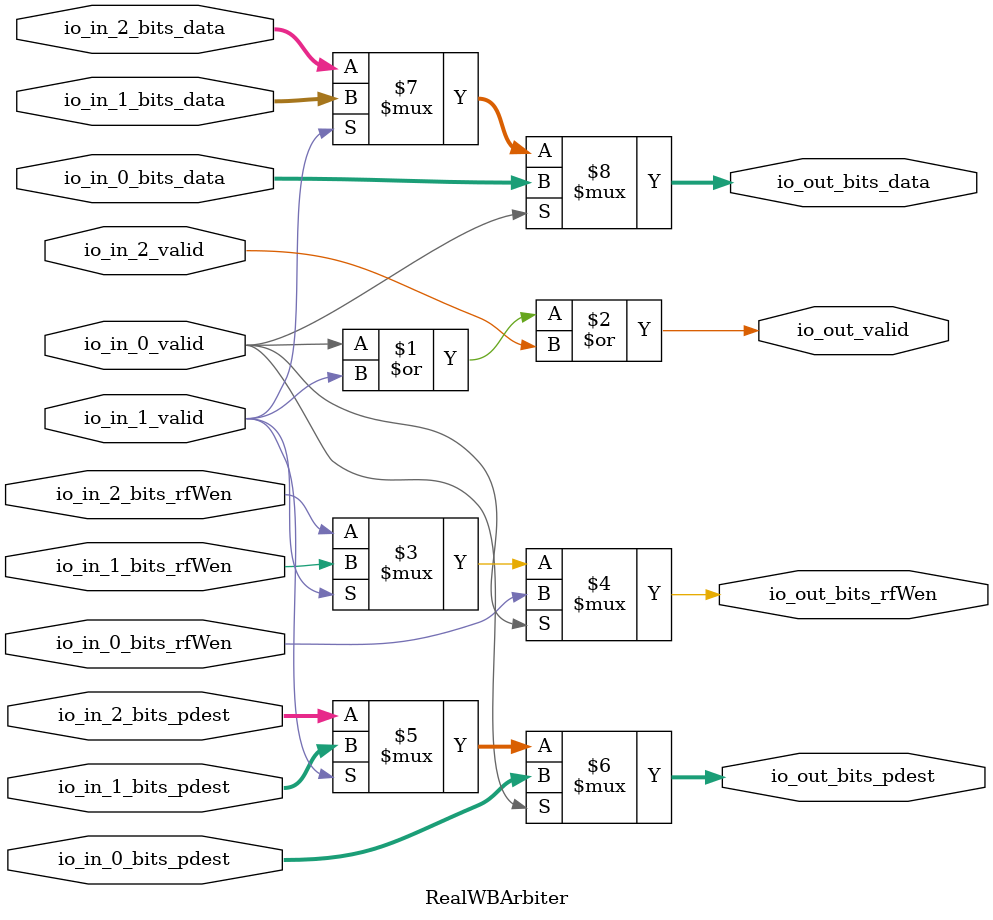
<source format=v>
`ifndef RANDOMIZE
  `ifdef RANDOMIZE_MEM_INIT
    `define RANDOMIZE
  `endif // RANDOMIZE_MEM_INIT
`endif // not def RANDOMIZE
`ifndef RANDOMIZE
  `ifdef RANDOMIZE_REG_INIT
    `define RANDOMIZE
  `endif // RANDOMIZE_REG_INIT
`endif // not def RANDOMIZE
`ifndef RANDOM
  `define RANDOM $random
`endif // not def RANDOM
// Users can define INIT_RANDOM as general code that gets injected into the
// initializer block for modules with registers.
`ifndef INIT_RANDOM
  `define INIT_RANDOM
`endif // not def INIT_RANDOM
// If using random initialization, you can also define RANDOMIZE_DELAY to
// customize the delay used, otherwise 0.002 is used.
`ifndef RANDOMIZE_DELAY
  `define RANDOMIZE_DELAY 0.002
`endif // not def RANDOMIZE_DELAY
// Define INIT_RANDOM_PROLOG_ for use in our modules below.
`ifndef INIT_RANDOM_PROLOG_
  `ifdef RANDOMIZE
    `ifdef VERILATOR
      `define INIT_RANDOM_PROLOG_ `INIT_RANDOM
    `else  // VERILATOR
      `define INIT_RANDOM_PROLOG_ `INIT_RANDOM #`RANDOMIZE_DELAY begin end
    `endif // VERILATOR
  `else  // RANDOMIZE
    `define INIT_RANDOM_PROLOG_
  `endif // RANDOMIZE
`endif // not def INIT_RANDOM_PROLOG_
// Include register initializers in init blocks unless synthesis is set
`ifndef SYNTHESIS
  `ifndef ENABLE_INITIAL_REG_
    `define ENABLE_INITIAL_REG_
  `endif // not def ENABLE_INITIAL_REG_
`endif // not def SYNTHESIS
// Include rmemory initializers in init blocks unless synthesis is set
`ifndef SYNTHESIS
  `ifndef ENABLE_INITIAL_MEM_
    `define ENABLE_INITIAL_MEM_
  `endif // not def ENABLE_INITIAL_MEM_
`endif // not def SYNTHESIS
module RealWBArbiter(
  input         io_in_0_valid,
  input         io_in_0_bits_rfWen,
  input  [7:0]  io_in_0_bits_pdest,
  input  [63:0] io_in_0_bits_data,
  input         io_in_1_valid,
  input         io_in_1_bits_rfWen,
  input  [7:0]  io_in_1_bits_pdest,
  input  [63:0] io_in_1_bits_data,
  input         io_in_2_valid,
  input         io_in_2_bits_rfWen,
  input  [7:0]  io_in_2_bits_pdest,
  input  [63:0] io_in_2_bits_data,
  output        io_out_valid,
  output        io_out_bits_rfWen,
  output [7:0]  io_out_bits_pdest,
  output [63:0] io_out_bits_data
);

  assign io_out_valid = io_in_0_valid | io_in_1_valid | io_in_2_valid;
  assign io_out_bits_rfWen =
    io_in_0_valid
      ? io_in_0_bits_rfWen
      : io_in_1_valid ? io_in_1_bits_rfWen : io_in_2_bits_rfWen;
  assign io_out_bits_pdest =
    io_in_0_valid
      ? io_in_0_bits_pdest
      : io_in_1_valid ? io_in_1_bits_pdest : io_in_2_bits_pdest;
  assign io_out_bits_data =
    io_in_0_valid
      ? io_in_0_bits_data
      : io_in_1_valid ? io_in_1_bits_data : io_in_2_bits_data;
endmodule


</source>
